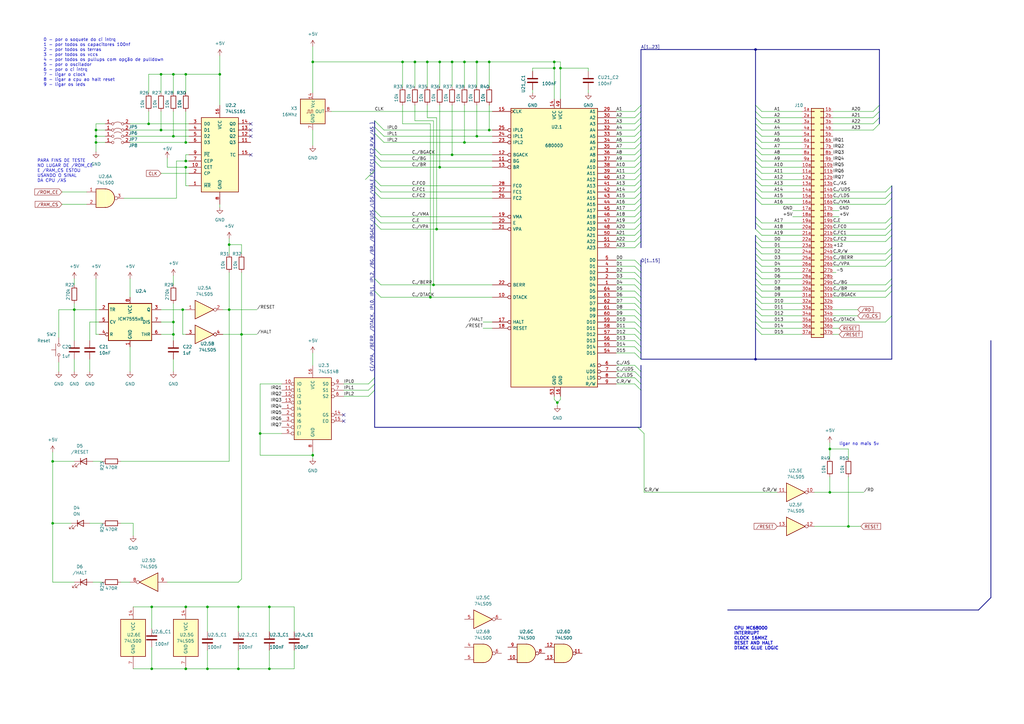
<source format=kicad_sch>
(kicad_sch (version 20230121) (generator eeschema)
  (paper "A3")
  (junction (at 309.88 147.32))
  (junction (at 76.2 68.58))
  (junction (at 128.27 186.69))
  (junction (at 340.36 184.15))
  (junction (at 180.34 68.58))
  (junction (at 200.66 25.4))
  (junction (at 170.18 25.4))
  (junction (at 106.68 177.8))
  (junction (at 74.93 127))
  (junction (at 71.12 137.16))
  (junction (at 90.17 30.48))
  (junction (at 93.98 127))
  (junction (at 177.8 116.84))
  (junction (at 93.98 100.33))
  (junction (at 227.33 27.94))
  (junction (at 185.42 63.5))
  (junction (at 62.23 248.92))
  (junction (at 76.2 248.92))
  (junction (at 128.27 25.4))
  (junction (at 76.2 274.32))
  (junction (at 39.37 53.34))
  (junction (at 62.23 274.32))
  (junction (at 229.87 27.94))
  (junction (at 76.2 58.42))
  (junction (at 110.49 274.32))
  (junction (at 190.5 58.42))
  (junction (at 85.09 248.92))
  (junction (at 39.37 58.42))
  (junction (at 176.53 121.92))
  (junction (at 175.26 25.4))
  (junction (at 195.58 25.4))
  (junction (at 76.2 30.48))
  (junction (at 227.33 25.4))
  (junction (at 347.98 215.9))
  (junction (at 60.96 50.8))
  (junction (at 97.79 248.92))
  (junction (at 71.12 30.48))
  (junction (at 165.1 25.4))
  (junction (at 185.42 25.4))
  (junction (at 21.59 214.63))
  (junction (at 21.59 189.23))
  (junction (at 99.06 137.16))
  (junction (at 190.5 25.4))
  (junction (at 200.66 53.34))
  (junction (at 71.12 132.08))
  (junction (at 179.07 93.98))
  (junction (at 71.12 55.88))
  (junction (at 195.58 55.88))
  (junction (at 76.2 66.04))
  (junction (at 228.6 165.1))
  (junction (at 97.79 274.32))
  (junction (at 309.88 20.32))
  (junction (at 180.34 25.4))
  (junction (at 66.04 30.48))
  (junction (at 66.04 53.34))
  (junction (at 340.36 201.93))
  (junction (at 39.37 55.88))
  (junction (at 110.49 248.92))
  (junction (at 85.09 274.32))
  (junction (at 30.48 127))
  (no_connect (at 102.87 63.5))
  (no_connect (at 102.87 55.88))
  (no_connect (at 140.97 172.72))
  (no_connect (at 140.97 170.18))
  (no_connect (at 102.87 50.8))
  (no_connect (at 102.87 53.34))
  (bus_entry (at 309.88 76.2) (size 2.54 2.54))
  (bus_entry (at 309.88 66.04) (size 2.54 2.54))
  (bus_entry (at 262.89 50.8) (size -2.54 2.54))
  (bus_entry (at 153.67 49.53) (size 2.54 2.54))
  (bus_entry (at 309.88 99.06) (size 2.54 2.54))
  (bus_entry (at 309.88 96.52) (size 2.54 2.54))
  (bus_entry (at 153.67 114.3) (size 2.54 2.54))
  (bus_entry (at 262.89 137.16) (size -2.54 -2.54))
  (bus_entry (at 153.67 88.9) (size 2.54 2.54))
  (bus_entry (at 153.67 52.07) (size 2.54 2.54))
  (bus_entry (at 309.88 60.96) (size 2.54 2.54))
  (bus_entry (at 309.88 132.08) (size 2.54 2.54))
  (bus_entry (at 309.88 78.74) (size 2.54 2.54))
  (bus_entry (at 262.89 147.32) (size -2.54 -2.54))
  (bus_entry (at 262.89 73.66) (size -2.54 2.54))
  (bus_entry (at 365.76 106.68) (size -2.54 2.54))
  (bus_entry (at 262.89 91.44) (size -2.54 2.54))
  (bus_entry (at 365.76 119.38) (size -2.54 2.54))
  (bus_entry (at 309.88 91.44) (size 2.54 2.54))
  (bus_entry (at 309.88 119.38) (size 2.54 2.54))
  (bus_entry (at 365.76 81.28) (size -2.54 2.54))
  (bus_entry (at 262.89 154.94) (size -2.54 -2.54))
  (bus_entry (at 309.88 63.5) (size 2.54 2.54))
  (bus_entry (at 153.67 86.36) (size 2.54 2.54))
  (bus_entry (at 153.67 78.74) (size 2.54 2.54))
  (bus_entry (at 153.67 157.48) (size -2.54 2.54))
  (bus_entry (at 262.89 88.9) (size -2.54 2.54))
  (bus_entry (at 309.88 106.68) (size 2.54 2.54))
  (bus_entry (at 309.88 127) (size 2.54 2.54))
  (bus_entry (at 262.89 114.3) (size -2.54 -2.54))
  (bus_entry (at 309.88 48.26) (size 2.54 2.54))
  (bus_entry (at 365.76 91.44) (size -2.54 2.54))
  (bus_entry (at 262.89 152.4) (size -2.54 -2.54))
  (bus_entry (at 262.89 60.96) (size -2.54 2.54))
  (bus_entry (at 262.89 119.38) (size -2.54 -2.54))
  (bus_entry (at 153.67 60.96) (size 2.54 2.54))
  (bus_entry (at 262.89 55.88) (size -2.54 2.54))
  (bus_entry (at 365.76 101.6) (size -2.54 2.54))
  (bus_entry (at 309.88 45.72) (size 2.54 2.54))
  (bus_entry (at 262.89 93.98) (size -2.54 2.54))
  (bus_entry (at 309.88 129.54) (size 2.54 2.54))
  (bus_entry (at 262.89 132.08) (size -2.54 -2.54))
  (bus_entry (at 309.88 43.18) (size 2.54 2.54))
  (bus_entry (at 153.67 73.66) (size 2.54 2.54))
  (bus_entry (at 153.67 63.5) (size 2.54 2.54))
  (bus_entry (at 262.89 116.84) (size -2.54 -2.54))
  (bus_entry (at 309.88 73.66) (size 2.54 2.54))
  (bus_entry (at 309.88 121.92) (size 2.54 2.54))
  (bus_entry (at 262.89 109.22) (size -2.54 -2.54))
  (bus_entry (at 360.68 50.8) (size -2.54 2.54))
  (bus_entry (at 262.89 127) (size -2.54 -2.54))
  (bus_entry (at 365.76 96.52) (size -2.54 2.54))
  (bus_entry (at 309.88 58.42) (size 2.54 2.54))
  (bus_entry (at 262.89 58.42) (size -2.54 2.54))
  (bus_entry (at 262.89 81.28) (size -2.54 2.54))
  (bus_entry (at 309.88 104.14) (size 2.54 2.54))
  (bus_entry (at 153.67 160.02) (size -2.54 2.54))
  (bus_entry (at 262.89 78.74) (size -2.54 2.54))
  (bus_entry (at 365.76 93.98) (size -2.54 2.54))
  (bus_entry (at 262.89 142.24) (size -2.54 -2.54))
  (bus_entry (at 309.88 55.88) (size 2.54 2.54))
  (bus_entry (at 365.76 76.2) (size -2.54 2.54))
  (bus_entry (at 262.89 53.34) (size -2.54 2.54))
  (bus_entry (at 365.76 78.74) (size -2.54 2.54))
  (bus_entry (at 262.89 124.46) (size -2.54 -2.54))
  (bus_entry (at 153.67 66.04) (size 2.54 2.54))
  (bus_entry (at 262.89 134.62) (size -2.54 -2.54))
  (bus_entry (at 309.88 109.22) (size 2.54 2.54))
  (bus_entry (at 309.88 81.28) (size 2.54 2.54))
  (bus_entry (at 309.88 114.3) (size 2.54 2.54))
  (bus_entry (at 262.89 86.36) (size -2.54 2.54))
  (bus_entry (at 262.89 83.82) (size -2.54 2.54))
  (bus_entry (at 153.67 91.44) (size 2.54 2.54))
  (bus_entry (at 262.89 144.78) (size -2.54 -2.54))
  (bus_entry (at 309.88 71.12) (size 2.54 2.54))
  (bus_entry (at 261.62 175.26) (size 2.54 2.54))
  (bus_entry (at 262.89 68.58) (size -2.54 2.54))
  (bus_entry (at 309.88 124.46) (size 2.54 2.54))
  (bus_entry (at 262.89 76.2) (size -2.54 2.54))
  (bus_entry (at 309.88 53.34) (size 2.54 2.54))
  (bus_entry (at 262.89 99.06) (size -2.54 2.54))
  (bus_entry (at 153.67 154.94) (size -2.54 2.54))
  (bus_entry (at 262.89 129.54) (size -2.54 -2.54))
  (bus_entry (at 365.76 104.14) (size -2.54 2.54))
  (bus_entry (at 309.88 88.9) (size 2.54 2.54))
  (bus_entry (at 365.76 116.84) (size -2.54 2.54))
  (bus_entry (at 262.89 48.26) (size -2.54 2.54))
  (bus_entry (at 153.67 119.38) (size 2.54 2.54))
  (bus_entry (at 262.89 157.48) (size -2.54 -2.54))
  (bus_entry (at 153.67 76.2) (size 2.54 2.54))
  (bus_entry (at 309.88 93.98) (size 2.54 2.54))
  (bus_entry (at 262.89 43.18) (size -2.54 2.54))
  (bus_entry (at 309.88 111.76) (size 2.54 2.54))
  (bus_entry (at 309.88 101.6) (size 2.54 2.54))
  (bus_entry (at 262.89 71.12) (size -2.54 2.54))
  (bus_entry (at 262.89 111.76) (size -2.54 -2.54))
  (bus_entry (at 262.89 139.7) (size -2.54 -2.54))
  (bus_entry (at 365.76 114.3) (size -2.54 2.54))
  (bus_entry (at 262.89 63.5) (size -2.54 2.54))
  (bus_entry (at 365.76 129.54) (size -2.54 2.54))
  (bus_entry (at 153.67 69.85) (size -2.54 2.54))
  (bus_entry (at 309.88 68.58) (size 2.54 2.54))
  (bus_entry (at 262.89 160.02) (size -2.54 -2.54))
  (bus_entry (at 309.88 50.8) (size 2.54 2.54))
  (bus_entry (at 153.67 54.61) (size 2.54 2.54))
  (bus_entry (at 262.89 66.04) (size -2.54 2.54))
  (bus_entry (at 360.68 45.72) (size -2.54 2.54))
  (bus_entry (at 262.89 45.72) (size -2.54 2.54))
  (bus_entry (at 309.88 116.84) (size 2.54 2.54))
  (bus_entry (at 309.88 134.62) (size 2.54 2.54))
  (bus_entry (at 262.89 121.92) (size -2.54 -2.54))
  (bus_entry (at 262.89 96.52) (size -2.54 2.54))
  (bus_entry (at 360.68 48.26) (size -2.54 2.54))
  (bus_entry (at 360.68 43.18) (size -2.54 2.54))
  (bus_entry (at 365.76 88.9) (size -2.54 2.54))
  (wire (pts (xy 353.06 215.9) (xy 347.98 215.9)))
  (bus (pts (xy 262.89 116.84) (xy 262.89 119.38)))
  (wire (pts (xy 106.68 157.48) (xy 106.68 177.8)))
  (wire (pts (xy 312.42 93.98) (xy 328.93 93.98)))
  (bus (pts (xy 153.67 88.9) (xy 153.67 91.44)))
  (wire (pts (xy 252.73 66.04) (xy 260.35 66.04)))
  (bus (pts (xy 262.89 134.62) (xy 262.89 137.16)))
  (bus (pts (xy 309.88 121.92) (xy 309.88 124.46)))
  (wire (pts (xy 76.2 63.5) (xy 76.2 66.04)))
  (bus (pts (xy 262.89 91.44) (xy 262.89 93.98)))
  (wire (pts (xy 200.66 25.4) (xy 227.33 25.4)))
  (bus (pts (xy 360.68 20.32) (xy 360.68 43.18)))
  (wire (pts (xy 177.8 49.53) (xy 177.8 116.84)))
  (wire (pts (xy 110.49 274.32) (xy 120.65 274.32)))
  (wire (pts (xy 66.04 127) (xy 74.93 127)))
  (wire (pts (xy 50.8 81.28) (xy 72.39 81.28)))
  (wire (pts (xy 252.73 127) (xy 260.35 127)))
  (wire (pts (xy 76.2 63.5) (xy 77.47 63.5)))
  (bus (pts (xy 309.88 55.88) (xy 309.88 58.42)))
  (bus (pts (xy 262.89 76.2) (xy 262.89 78.74)))
  (wire (pts (xy 252.73 152.4) (xy 260.35 152.4)))
  (wire (pts (xy 36.83 132.08) (xy 36.83 139.7)))
  (wire (pts (xy 106.68 177.8) (xy 106.68 186.69)))
  (bus (pts (xy 309.88 76.2) (xy 309.88 78.74)))
  (bus (pts (xy 309.88 119.38) (xy 309.88 121.92)))
  (wire (pts (xy 363.22 81.28) (xy 341.63 81.28)))
  (bus (pts (xy 262.89 139.7) (xy 262.89 142.24)))
  (wire (pts (xy 195.58 25.4) (xy 195.58 35.56)))
  (bus (pts (xy 153.67 60.96) (xy 153.67 63.5)))
  (wire (pts (xy 177.8 116.84) (xy 201.93 116.84)))
  (bus (pts (xy 262.89 144.78) (xy 262.89 147.32)))
  (wire (pts (xy 157.48 55.88) (xy 195.58 55.88)))
  (wire (pts (xy 76.2 68.58) (xy 77.47 68.58)))
  (wire (pts (xy 54.61 274.32) (xy 62.23 274.32)))
  (wire (pts (xy 68.58 64.77) (xy 68.58 68.58)))
  (bus (pts (xy 309.88 101.6) (xy 309.88 104.14)))
  (wire (pts (xy 325.12 86.36) (xy 328.93 86.36)))
  (wire (pts (xy 156.21 91.44) (xy 201.93 91.44)))
  (bus (pts (xy 262.89 20.32) (xy 262.89 43.18)))
  (wire (pts (xy 85.09 248.92) (xy 85.09 259.08)))
  (wire (pts (xy 105.41 137.16) (xy 99.06 137.16)))
  (wire (pts (xy 312.42 114.3) (xy 328.93 114.3)))
  (wire (pts (xy 312.42 116.84) (xy 328.93 116.84)))
  (wire (pts (xy 156.21 68.58) (xy 180.34 68.58)))
  (wire (pts (xy 128.27 144.78) (xy 128.27 149.86)))
  (wire (pts (xy 252.73 76.2) (xy 260.35 76.2)))
  (bus (pts (xy 360.68 45.72) (xy 360.68 48.26)))
  (wire (pts (xy 312.42 76.2) (xy 328.93 76.2)))
  (wire (pts (xy 252.73 81.28) (xy 260.35 81.28)))
  (wire (pts (xy 39.37 58.42) (xy 43.18 58.42)))
  (wire (pts (xy 175.26 25.4) (xy 180.34 25.4)))
  (bus (pts (xy 365.76 76.2) (xy 365.76 78.74)))
  (wire (pts (xy 252.73 106.68) (xy 260.35 106.68)))
  (wire (pts (xy 252.73 109.22) (xy 260.35 109.22)))
  (wire (pts (xy 175.26 48.26) (xy 179.07 48.26)))
  (bus (pts (xy 262.89 124.46) (xy 262.89 127)))
  (wire (pts (xy 76.2 30.48) (xy 90.17 30.48)))
  (bus (pts (xy 309.88 104.14) (xy 309.88 106.68)))
  (wire (pts (xy 312.42 119.38) (xy 328.93 119.38)))
  (wire (pts (xy 252.73 86.36) (xy 260.35 86.36)))
  (wire (pts (xy 25.4 78.74) (xy 35.56 78.74)))
  (wire (pts (xy 93.98 111.76) (xy 93.98 127)))
  (wire (pts (xy 363.22 109.22) (xy 341.63 109.22)))
  (wire (pts (xy 312.42 104.14) (xy 328.93 104.14)))
  (wire (pts (xy 128.27 25.4) (xy 128.27 38.1)))
  (wire (pts (xy 312.42 109.22) (xy 328.93 109.22)))
  (bus (pts (xy 309.88 53.34) (xy 309.88 55.88)))
  (wire (pts (xy 30.48 127) (xy 40.64 127)))
  (wire (pts (xy 156.21 76.2) (xy 201.93 76.2)))
  (bus (pts (xy 298.45 250.19) (xy 401.32 250.19)))
  (wire (pts (xy 71.12 137.16) (xy 71.12 139.7)))
  (wire (pts (xy 363.22 96.52) (xy 341.63 96.52)))
  (wire (pts (xy 179.07 93.98) (xy 201.93 93.98)))
  (wire (pts (xy 90.17 22.86) (xy 90.17 30.48)))
  (wire (pts (xy 110.49 259.08) (xy 110.49 248.92)))
  (wire (pts (xy 347.98 195.58) (xy 347.98 215.9)))
  (wire (pts (xy 179.07 48.26) (xy 179.07 93.98)))
  (wire (pts (xy 71.12 30.48) (xy 71.12 38.1)))
  (bus (pts (xy 262.89 48.26) (xy 262.89 50.8)))
  (wire (pts (xy 340.36 201.93) (xy 334.01 201.93)))
  (wire (pts (xy 312.42 68.58) (xy 328.93 68.58)))
  (wire (pts (xy 156.21 52.07) (xy 157.48 53.34)))
  (bus (pts (xy 153.67 175.26) (xy 261.62 175.26)))
  (bus (pts (xy 262.89 78.74) (xy 262.89 81.28)))
  (bus (pts (xy 309.88 127) (xy 309.88 129.54)))
  (wire (pts (xy 62.23 248.92) (xy 76.2 248.92)))
  (wire (pts (xy 156.21 54.61) (xy 157.48 55.88)))
  (wire (pts (xy 30.48 124.46) (xy 30.48 127)))
  (wire (pts (xy 21.59 214.63) (xy 29.21 214.63)))
  (wire (pts (xy 72.39 66.04) (xy 76.2 66.04)))
  (wire (pts (xy 264.16 201.93) (xy 318.77 201.93)))
  (wire (pts (xy 60.96 45.72) (xy 60.96 50.8)))
  (wire (pts (xy 39.37 53.34) (xy 39.37 55.88)))
  (wire (pts (xy 252.73 114.3) (xy 260.35 114.3)))
  (wire (pts (xy 252.73 55.88) (xy 260.35 55.88)))
  (bus (pts (xy 262.89 127) (xy 262.89 129.54)))
  (wire (pts (xy 252.73 53.34) (xy 260.35 53.34)))
  (wire (pts (xy 66.04 132.08) (xy 71.12 132.08)))
  (wire (pts (xy 128.27 59.69) (xy 128.27 53.34)))
  (wire (pts (xy 341.63 53.34) (xy 358.14 53.34)))
  (wire (pts (xy 344.17 134.62) (xy 341.63 134.62)))
  (bus (pts (xy 262.89 83.82) (xy 262.89 86.36)))
  (bus (pts (xy 153.67 69.85) (xy 153.67 73.66)))
  (wire (pts (xy 351.79 127) (xy 341.63 127)))
  (wire (pts (xy 76.2 274.32) (xy 85.09 274.32)))
  (bus (pts (xy 365.76 78.74) (xy 365.76 81.28)))
  (bus (pts (xy 365.76 81.28) (xy 365.76 88.9)))
  (wire (pts (xy 227.33 25.4) (xy 229.87 25.4)))
  (wire (pts (xy 241.3 36.83) (xy 241.3 38.1)))
  (wire (pts (xy 39.37 50.8) (xy 39.37 53.34)))
  (bus (pts (xy 406.4 139.7) (xy 406.4 245.11)))
  (wire (pts (xy 71.12 132.08) (xy 71.12 137.16)))
  (wire (pts (xy 200.66 43.18) (xy 200.66 53.34)))
  (wire (pts (xy 156.21 93.98) (xy 179.07 93.98)))
  (wire (pts (xy 227.33 162.56) (xy 227.33 163.83)))
  (bus (pts (xy 262.89 71.12) (xy 262.89 73.66)))
  (wire (pts (xy 363.22 91.44) (xy 341.63 91.44)))
  (wire (pts (xy 170.18 43.18) (xy 170.18 49.53)))
  (wire (pts (xy 76.2 76.2) (xy 77.47 76.2)))
  (wire (pts (xy 312.42 66.04) (xy 328.93 66.04)))
  (wire (pts (xy 128.27 186.69) (xy 128.27 185.42)))
  (bus (pts (xy 153.67 91.44) (xy 153.67 114.3)))
  (wire (pts (xy 252.73 93.98) (xy 260.35 93.98)))
  (wire (pts (xy 344.17 137.16) (xy 341.63 137.16)))
  (wire (pts (xy 165.1 25.4) (xy 170.18 25.4)))
  (bus (pts (xy 153.67 63.5) (xy 153.67 66.04)))
  (wire (pts (xy 252.73 63.5) (xy 260.35 63.5)))
  (bus (pts (xy 309.88 147.32) (xy 365.76 147.32)))
  (wire (pts (xy 99.06 100.33) (xy 99.06 104.14)))
  (wire (pts (xy 190.5 58.42) (xy 201.93 58.42)))
  (wire (pts (xy 190.5 43.18) (xy 190.5 58.42)))
  (wire (pts (xy 227.33 27.94) (xy 227.33 40.64)))
  (wire (pts (xy 363.22 119.38) (xy 341.63 119.38)))
  (wire (pts (xy 252.73 157.48) (xy 260.35 157.48)))
  (wire (pts (xy 180.34 43.18) (xy 180.34 68.58)))
  (wire (pts (xy 151.13 162.56) (xy 140.97 162.56)))
  (wire (pts (xy 53.34 238.76) (xy 49.53 238.76)))
  (wire (pts (xy 68.58 68.58) (xy 76.2 68.58)))
  (wire (pts (xy 229.87 25.4) (xy 229.87 27.94)))
  (wire (pts (xy 151.13 160.02) (xy 140.97 160.02)))
  (wire (pts (xy 53.34 55.88) (xy 71.12 55.88)))
  (wire (pts (xy 185.42 25.4) (xy 190.5 25.4)))
  (wire (pts (xy 363.22 99.06) (xy 341.63 99.06)))
  (bus (pts (xy 153.67 78.74) (xy 153.67 86.36)))
  (wire (pts (xy 176.53 50.8) (xy 176.53 121.92)))
  (bus (pts (xy 309.88 134.62) (xy 309.88 147.32)))
  (wire (pts (xy 165.1 43.18) (xy 165.1 50.8)))
  (bus (pts (xy 262.89 121.92) (xy 262.89 124.46)))
  (wire (pts (xy 39.37 58.42) (xy 39.37 62.23)))
  (wire (pts (xy 354.33 201.93) (xy 340.36 201.93)))
  (wire (pts (xy 252.73 116.84) (xy 260.35 116.84)))
  (bus (pts (xy 262.89 142.24) (xy 262.89 144.78)))
  (wire (pts (xy 74.93 127) (xy 76.2 127)))
  (wire (pts (xy 252.73 134.62) (xy 260.35 134.62)))
  (bus (pts (xy 262.89 20.32) (xy 309.88 20.32)))
  (wire (pts (xy 218.44 27.94) (xy 227.33 27.94)))
  (wire (pts (xy 252.73 45.72) (xy 260.35 45.72)))
  (bus (pts (xy 153.67 119.38) (xy 153.67 154.94)))
  (wire (pts (xy 66.04 71.12) (xy 77.47 71.12)))
  (wire (pts (xy 60.96 30.48) (xy 66.04 30.48)))
  (wire (pts (xy 66.04 53.34) (xy 77.47 53.34)))
  (wire (pts (xy 39.37 114.3) (xy 39.37 137.16)))
  (wire (pts (xy 21.59 238.76) (xy 30.48 238.76)))
  (wire (pts (xy 252.73 139.7) (xy 260.35 139.7)))
  (wire (pts (xy 99.06 111.76) (xy 99.06 137.16)))
  (bus (pts (xy 309.88 68.58) (xy 309.88 71.12)))
  (wire (pts (xy 312.42 45.72) (xy 328.93 45.72)))
  (bus (pts (xy 365.76 96.52) (xy 365.76 101.6)))
  (wire (pts (xy 341.63 45.72) (xy 358.14 45.72)))
  (bus (pts (xy 262.89 96.52) (xy 262.89 99.06)))
  (wire (pts (xy 180.34 25.4) (xy 185.42 25.4)))
  (bus (pts (xy 262.89 43.18) (xy 262.89 45.72)))
  (wire (pts (xy 99.06 137.16) (xy 99.06 237.49)))
  (bus (pts (xy 365.76 88.9) (xy 365.76 91.44)))
  (bus (pts (xy 262.89 129.54) (xy 262.89 132.08)))
  (wire (pts (xy 53.34 114.3) (xy 53.34 121.92)))
  (wire (pts (xy 252.73 142.24) (xy 260.35 142.24)))
  (wire (pts (xy 156.21 57.15) (xy 157.48 58.42)))
  (wire (pts (xy 157.48 53.34) (xy 200.66 53.34)))
  (bus (pts (xy 365.76 129.54) (xy 365.76 147.32)))
  (wire (pts (xy 93.98 100.33) (xy 93.98 104.14)))
  (wire (pts (xy 41.91 189.23) (xy 38.1 189.23)))
  (bus (pts (xy 309.88 132.08) (xy 309.88 134.62)))
  (bus (pts (xy 262.89 149.86) (xy 262.89 152.4)))
  (wire (pts (xy 85.09 248.92) (xy 97.79 248.92)))
  (wire (pts (xy 156.21 88.9) (xy 201.93 88.9)))
  (wire (pts (xy 156.21 116.84) (xy 177.8 116.84)))
  (wire (pts (xy 41.91 238.76) (xy 38.1 238.76)))
  (wire (pts (xy 252.73 73.66) (xy 260.35 73.66)))
  (wire (pts (xy 156.21 66.04) (xy 201.93 66.04)))
  (wire (pts (xy 30.48 127) (xy 30.48 139.7)))
  (wire (pts (xy 36.83 132.08) (xy 40.64 132.08)))
  (wire (pts (xy 71.12 45.72) (xy 71.12 55.88)))
  (bus (pts (xy 262.89 88.9) (xy 262.89 91.44)))
  (bus (pts (xy 262.89 50.8) (xy 262.89 53.34)))
  (wire (pts (xy 252.73 68.58) (xy 260.35 68.58)))
  (wire (pts (xy 66.04 30.48) (xy 71.12 30.48)))
  (wire (pts (xy 106.68 186.69) (xy 128.27 186.69)))
  (wire (pts (xy 252.73 119.38) (xy 260.35 119.38)))
  (wire (pts (xy 71.12 124.46) (xy 71.12 132.08)))
  (bus (pts (xy 309.88 60.96) (xy 309.88 63.5)))
  (bus (pts (xy 262.89 106.68) (xy 262.89 109.22)))
  (bus (pts (xy 153.67 76.2) (xy 153.67 78.74)))
  (wire (pts (xy 151.13 157.48) (xy 140.97 157.48)))
  (wire (pts (xy 198.12 132.08) (xy 201.93 132.08)))
  (wire (pts (xy 97.79 274.32) (xy 110.49 274.32)))
  (bus (pts (xy 309.88 109.22) (xy 309.88 111.76)))
  (wire (pts (xy 252.73 132.08) (xy 260.35 132.08)))
  (wire (pts (xy 105.41 127) (xy 93.98 127)))
  (wire (pts (xy 66.04 137.16) (xy 71.12 137.16)))
  (wire (pts (xy 71.12 55.88) (xy 77.47 55.88)))
  (wire (pts (xy 156.21 63.5) (xy 185.42 63.5)))
  (wire (pts (xy 312.42 106.68) (xy 328.93 106.68)))
  (wire (pts (xy 190.5 25.4) (xy 195.58 25.4)))
  (bus (pts (xy 309.88 48.26) (xy 309.88 50.8)))
  (wire (pts (xy 312.42 91.44) (xy 328.93 91.44)))
  (bus (pts (xy 262.89 137.16) (xy 262.89 139.7)))
  (wire (pts (xy 170.18 25.4) (xy 170.18 35.56)))
  (wire (pts (xy 53.34 152.4) (xy 53.34 142.24)))
  (wire (pts (xy 90.17 30.48) (xy 90.17 43.18)))
  (wire (pts (xy 36.83 152.4) (xy 36.83 147.32)))
  (bus (pts (xy 153.67 49.53) (xy 153.67 52.07)))
  (wire (pts (xy 60.96 30.48) (xy 60.96 38.1)))
  (bus (pts (xy 153.67 157.48) (xy 153.67 160.02)))
  (wire (pts (xy 72.39 66.04) (xy 72.39 81.28)))
  (bus (pts (xy 262.89 68.58) (xy 262.89 71.12)))
  (wire (pts (xy 229.87 27.94) (xy 241.3 27.94)))
  (wire (pts (xy 76.2 30.48) (xy 76.2 38.1)))
  (wire (pts (xy 24.13 127) (xy 30.48 127)))
  (wire (pts (xy 340.36 181.61) (xy 340.36 184.15)))
  (wire (pts (xy 312.42 63.5) (xy 328.93 63.5)))
  (bus (pts (xy 365.76 106.68) (xy 365.76 114.3)))
  (bus (pts (xy 309.88 58.42) (xy 309.88 60.96)))
  (wire (pts (xy 76.2 68.58) (xy 76.2 76.2)))
  (bus (pts (xy 406.4 245.11) (xy 401.32 250.19)))
  (wire (pts (xy 195.58 55.88) (xy 201.93 55.88)))
  (bus (pts (xy 262.89 53.34) (xy 262.89 55.88)))
  (wire (pts (xy 30.48 152.4) (xy 30.48 147.32)))
  (wire (pts (xy 312.42 127) (xy 328.93 127)))
  (wire (pts (xy 252.73 50.8) (xy 260.35 50.8)))
  (wire (pts (xy 110.49 266.7) (xy 110.49 274.32)))
  (wire (pts (xy 85.09 274.32) (xy 85.09 266.7)))
  (wire (pts (xy 53.34 53.34) (xy 66.04 53.34)))
  (bus (pts (xy 309.88 91.44) (xy 309.88 93.98)))
  (bus (pts (xy 262.89 66.04) (xy 262.89 68.58)))
  (wire (pts (xy 351.79 129.54) (xy 341.63 129.54)))
  (bus (pts (xy 153.67 86.36) (xy 153.67 88.9)))
  (wire (pts (xy 312.42 96.52) (xy 328.93 96.52)))
  (wire (pts (xy 252.73 88.9) (xy 260.35 88.9)))
  (bus (pts (xy 309.88 43.18) (xy 309.88 45.72)))
  (wire (pts (xy 198.12 134.62) (xy 201.93 134.62)))
  (wire (pts (xy 39.37 137.16) (xy 40.64 137.16)))
  (wire (pts (xy 252.73 48.26) (xy 260.35 48.26)))
  (wire (pts (xy 90.17 85.09) (xy 90.17 83.82)))
  (wire (pts (xy 252.73 83.82) (xy 260.35 83.82)))
  (bus (pts (xy 309.88 45.72) (xy 309.88 48.26)))
  (wire (pts (xy 252.73 121.92) (xy 260.35 121.92)))
  (wire (pts (xy 227.33 163.83) (xy 228.6 165.1)))
  (wire (pts (xy 252.73 71.12) (xy 260.35 71.12)))
  (wire (pts (xy 39.37 55.88) (xy 43.18 55.88)))
  (bus (pts (xy 262.89 160.02) (xy 262.89 175.26)))
  (wire (pts (xy 312.42 60.96) (xy 328.93 60.96)))
  (wire (pts (xy 347.98 184.15) (xy 347.98 187.96)))
  (bus (pts (xy 365.76 104.14) (xy 365.76 106.68)))
  (bus (pts (xy 261.62 175.26) (xy 262.89 175.26)))
  (bus (pts (xy 309.88 71.12) (xy 309.88 73.66)))
  (wire (pts (xy 312.42 101.6) (xy 328.93 101.6)))
  (bus (pts (xy 153.67 114.3) (xy 153.67 119.38)))
  (wire (pts (xy 340.36 184.15) (xy 347.98 184.15)))
  (wire (pts (xy 190.5 25.4) (xy 190.5 35.56)))
  (wire (pts (xy 74.93 127) (xy 74.93 137.16)))
  (bus (pts (xy 309.88 111.76) (xy 309.88 114.3)))
  (bus (pts (xy 153.67 160.02) (xy 153.67 175.26)))
  (wire (pts (xy 312.42 55.88) (xy 328.93 55.88)))
  (wire (pts (xy 312.42 121.92) (xy 328.93 121.92)))
  (wire (pts (xy 41.91 214.63) (xy 36.83 214.63)))
  (wire (pts (xy 93.98 127) (xy 91.44 127)))
  (wire (pts (xy 252.73 144.78) (xy 260.35 144.78)))
  (wire (pts (xy 180.34 68.58) (xy 201.93 68.58)))
  (bus (pts (xy 365.76 119.38) (xy 365.76 129.54)))
  (wire (pts (xy 312.42 111.76) (xy 328.93 111.76)))
  (wire (pts (xy 312.42 53.34) (xy 328.93 53.34)))
  (wire (pts (xy 344.17 88.9) (xy 341.63 88.9)))
  (wire (pts (xy 30.48 114.3) (xy 30.48 116.84)))
  (bus (pts (xy 365.76 114.3) (xy 365.76 116.84)))
  (wire (pts (xy 62.23 274.32) (xy 62.23 265.43)))
  (wire (pts (xy 363.22 78.74) (xy 341.63 78.74)))
  (wire (pts (xy 312.42 134.62) (xy 328.93 134.62)))
  (wire (pts (xy 99.06 137.16) (xy 91.44 137.16)))
  (wire (pts (xy 252.73 101.6) (xy 260.35 101.6)))
  (wire (pts (xy 97.79 259.08) (xy 97.79 248.92)))
  (wire (pts (xy 195.58 43.18) (xy 195.58 55.88)))
  (wire (pts (xy 252.73 129.54) (xy 260.35 129.54)))
  (wire (pts (xy 170.18 49.53) (xy 177.8 49.53)))
  (wire (pts (xy 24.13 127) (xy 24.13 138.43)))
  (bus (pts (xy 309.88 96.52) (xy 309.88 99.06)))
  (wire (pts (xy 312.42 58.42) (xy 328.93 58.42)))
  (wire (pts (xy 93.98 127) (xy 93.98 189.23)))
  (wire (pts (xy 312.42 81.28) (xy 328.93 81.28)))
  (wire (pts (xy 49.53 214.63) (xy 54.61 214.63)))
  (wire (pts (xy 156.21 78.74) (xy 201.93 78.74)))
  (bus (pts (xy 153.67 54.61) (xy 153.67 60.96)))
  (wire (pts (xy 135.89 45.72) (xy 201.93 45.72)))
  (bus (pts (xy 309.88 114.3) (xy 309.88 116.84)))
  (wire (pts (xy 363.22 132.08) (xy 341.63 132.08)))
  (wire (pts (xy 71.12 152.4) (xy 71.12 147.32)))
  (wire (pts (xy 39.37 50.8) (xy 43.18 50.8)))
  (wire (pts (xy 76.2 45.72) (xy 76.2 58.42)))
  (wire (pts (xy 363.22 121.92) (xy 341.63 121.92)))
  (bus (pts (xy 309.88 106.68) (xy 309.88 109.22)))
  (bus (pts (xy 262.89 152.4) (xy 262.89 154.94)))
  (bus (pts (xy 309.88 73.66) (xy 309.88 76.2)))
  (wire (pts (xy 128.27 187.96) (xy 128.27 186.69)))
  (bus (pts (xy 262.89 55.88) (xy 262.89 58.42)))
  (bus (pts (xy 153.67 154.94) (xy 153.67 157.48)))
  (wire (pts (xy 341.63 86.36) (xy 344.17 86.36)))
  (wire (pts (xy 120.65 259.08) (xy 120.65 248.92)))
  (wire (pts (xy 325.12 88.9) (xy 328.93 88.9)))
  (bus (pts (xy 262.89 93.98) (xy 262.89 96.52)))
  (wire (pts (xy 93.98 100.33) (xy 99.06 100.33)))
  (wire (pts (xy 156.21 121.92) (xy 176.53 121.92)))
  (wire (pts (xy 363.22 104.14) (xy 341.63 104.14)))
  (wire (pts (xy 157.48 58.42) (xy 190.5 58.42)))
  (wire (pts (xy 312.42 73.66) (xy 328.93 73.66)))
  (wire (pts (xy 218.44 27.94) (xy 218.44 29.21)))
  (wire (pts (xy 312.42 78.74) (xy 328.93 78.74)))
  (wire (pts (xy 312.42 50.8) (xy 328.93 50.8)))
  (wire (pts (xy 66.04 45.72) (xy 66.04 53.34)))
  (wire (pts (xy 252.73 78.74) (xy 260.35 78.74)))
  (wire (pts (xy 93.98 97.79) (xy 93.98 100.33)))
  (wire (pts (xy 252.73 137.16) (xy 260.35 137.16)))
  (bus (pts (xy 262.89 157.48) (xy 262.89 160.02)))
  (wire (pts (xy 241.3 27.94) (xy 241.3 29.21)))
  (wire (pts (xy 229.87 27.94) (xy 229.87 40.64)))
  (wire (pts (xy 66.04 30.48) (xy 66.04 38.1)))
  (wire (pts (xy 252.73 99.06) (xy 260.35 99.06)))
  (wire (pts (xy 106.68 177.8) (xy 115.57 177.8)))
  (wire (pts (xy 21.59 185.42) (xy 21.59 189.23)))
  (wire (pts (xy 62.23 274.32) (xy 76.2 274.32)))
  (bus (pts (xy 262.89 45.72) (xy 262.89 48.26)))
  (bus (pts (xy 262.89 114.3) (xy 262.89 116.84)))
  (bus (pts (xy 262.89 86.36) (xy 262.89 88.9)))
  (wire (pts (xy 312.42 99.06) (xy 328.93 99.06)))
  (bus (pts (xy 262.89 147.32) (xy 309.88 147.32)))
  (wire (pts (xy 85.09 274.32) (xy 97.79 274.32)))
  (bus (pts (xy 262.89 63.5) (xy 262.89 66.04)))
  (wire (pts (xy 74.93 137.16) (xy 76.2 137.16)))
  (wire (pts (xy 54.61 248.92) (xy 62.23 248.92)))
  (bus (pts (xy 262.89 81.28) (xy 262.89 83.82)))
  (bus (pts (xy 309.88 20.32) (xy 309.88 43.18)))
  (wire (pts (xy 54.61 214.63) (xy 54.61 219.71)))
  (bus (pts (xy 309.88 81.28) (xy 309.88 88.9)))
  (wire (pts (xy 176.53 121.92) (xy 201.93 121.92)))
  (wire (pts (xy 39.37 55.88) (xy 39.37 58.42)))
  (bus (pts (xy 262.89 111.76) (xy 262.89 114.3)))
  (bus (pts (xy 309.88 99.06) (xy 309.88 101.6)))
  (wire (pts (xy 252.73 91.44) (xy 260.35 91.44)))
  (wire (pts (xy 218.44 38.1) (xy 218.44 36.83)))
  (wire (pts (xy 252.73 60.96) (xy 260.35 60.96)))
  (wire (pts (xy 24.13 152.4) (xy 24.13 148.59)))
  (wire (pts (xy 195.58 25.4) (xy 200.66 25.4)))
  (bus (pts (xy 153.67 73.66) (xy 153.67 76.2)))
  (wire (pts (xy 62.23 257.81) (xy 62.23 248.92)))
  (wire (pts (xy 363.22 116.84) (xy 341.63 116.84)))
  (wire (pts (xy 128.27 19.05) (xy 128.27 25.4)))
  (wire (pts (xy 76.2 58.42) (xy 77.47 58.42)))
  (bus (pts (xy 309.88 63.5) (xy 309.88 66.04)))
  (wire (pts (xy 53.34 50.8) (xy 60.96 50.8)))
  (wire (pts (xy 165.1 25.4) (xy 165.1 35.56)))
  (wire (pts (xy 312.42 48.26) (xy 328.93 48.26)))
  (wire (pts (xy 312.42 124.46) (xy 328.93 124.46)))
  (bus (pts (xy 262.89 58.42) (xy 262.89 60.96)))
  (wire (pts (xy 342.9 111.76) (xy 341.63 111.76)))
  (wire (pts (xy 151.13 72.39) (xy 149.86 73.66)))
  (wire (pts (xy 252.73 149.86) (xy 260.35 149.86)))
  (wire (pts (xy 312.42 71.12) (xy 328.93 71.12)))
  (wire (pts (xy 175.26 43.18) (xy 175.26 48.26)))
  (wire (pts (xy 363.22 93.98) (xy 341.63 93.98)))
  (wire (pts (xy 252.73 124.46) (xy 260.35 124.46)))
  (wire (pts (xy 229.87 162.56) (xy 229.87 163.83)))
  (wire (pts (xy 200.66 25.4) (xy 200.66 35.56)))
  (wire (pts (xy 252.73 58.42) (xy 260.35 58.42)))
  (bus (pts (xy 365.76 116.84) (xy 365.76 119.38)))
  (wire (pts (xy 312.42 137.16) (xy 328.93 137.16)))
  (wire (pts (xy 76.2 66.04) (xy 77.47 66.04)))
  (wire (pts (xy 180.34 25.4) (xy 180.34 35.56)))
  (wire (pts (xy 185.42 43.18) (xy 185.42 63.5)))
  (wire (pts (xy 21.59 189.23) (xy 30.48 189.23)))
  (bus (pts (xy 309.88 50.8) (xy 309.88 53.34)))
  (wire (pts (xy 110.49 248.92) (xy 120.65 248.92)))
  (wire (pts (xy 175.26 25.4) (xy 175.26 35.56)))
  (bus (pts (xy 365.76 91.44) (xy 365.76 93.98)))
  (wire (pts (xy 39.37 53.34) (xy 43.18 53.34)))
  (bus (pts (xy 309.88 116.84) (xy 309.88 119.38)))
  (wire (pts (xy 106.68 157.48) (xy 115.57 157.48)))
  (wire (pts (xy 97.79 266.7) (xy 97.79 274.32)))
  (bus (pts (xy 365.76 101.6) (xy 365.76 104.14)))
  (wire (pts (xy 60.96 50.8) (xy 77.47 50.8)))
  (wire (pts (xy 120.65 266.7) (xy 120.65 274.32)))
  (bus (pts (xy 365.76 93.98) (xy 365.76 96.52)))
  (wire (pts (xy 347.98 215.9) (xy 334.01 215.9)))
  (wire (pts (xy 341.63 50.8) (xy 358.14 50.8)))
  (wire (pts (xy 252.73 111.76) (xy 260.35 111.76)))
  (wire (pts (xy 185.42 63.5) (xy 201.93 63.5)))
  (wire (pts (xy 165.1 50.8) (xy 176.53 50.8)))
  (bus (pts (xy 360.68 48.26) (xy 360.68 50.8)))
  (bus (pts (xy 262.89 73.66) (xy 262.89 76.2)))
  (bus (pts (xy 153.67 66.04) (xy 153.67 69.85)))
  (wire (pts (xy 99.06 237.49) (xy 97.79 238.76)))
  (wire (pts (xy 363.22 83.82) (xy 341.63 83.82)))
  (bus (pts (xy 309.88 124.46) (xy 309.88 127)))
  (wire (pts (xy 76.2 248.92) (xy 85.09 248.92)))
  (bus (pts (xy 360.68 43.18) (xy 360.68 45.72)))
  (wire (pts (xy 49.53 189.23) (xy 93.98 189.23)))
  (wire (pts (xy 312.42 129.54) (xy 328.93 129.54)))
  (bus (pts (xy 262.89 119.38) (xy 262.89 121.92)))
  (wire (pts (xy 25.4 83.82) (xy 35.56 83.82)))
  (wire (pts (xy 170.18 25.4) (xy 175.26 25.4)))
  (wire (pts (xy 71.12 30.48) (xy 76.2 30.48)))
  (bus (pts (xy 309.88 88.9) (xy 309.88 91.44)))
  (wire (pts (xy 97.79 248.92) (xy 110.49 248.92)))
  (bus (pts (xy 262.89 60.96) (xy 262.89 63.5)))
  (bus (pts (xy 309.88 20.32) (xy 360.68 20.32)))
  (wire (pts (xy 53.34 58.42) (xy 76.2 58.42)))
  (bus (pts (xy 153.67 52.07) (xy 153.67 54.61)))
  (wire (pts (xy 340.36 195.58) (xy 340.36 201.93)))
  (wire (pts (xy 264.16 177.8) (xy 264.16 201.93)))
  (wire (pts (xy 68.58 238.76) (xy 97.79 238.76)))
  (wire (pts (xy 228.6 165.1) (xy 228.6 166.37)))
  (wire (pts (xy 21.59 238.76) (xy 21.59 214.63)))
  (bus (pts (xy 309.88 66.04) (xy 309.88 68.58)))
  (wire (pts (xy 228.6 165.1) (xy 229.87 163.83)))
  (wire (pts (xy 252.73 154.94) (xy 260.35 154.94)))
  (wire (pts (xy 341.63 48.26) (xy 358.14 48.26)))
  (bus (pts (xy 262.89 154.94) (xy 262.89 157.48)))
  (bus (pts (xy 262.89 109.22) (xy 262.89 111.76)))
  (wire (pts (xy 227.33 25.4) (xy 227.33 27.94)))
  (wire (pts (xy 128.27 25.4) (xy 165.1 25.4)))
  (bus (pts (xy 309.88 129.54) (xy 309.88 132.08)))
  (wire (pts (xy 312.42 132.08) (xy 328.93 132.08)))
  (bus (pts (xy 262.89 99.06) (xy 262.89 101.6)))
  (wire (pts (xy 156.21 81.28) (xy 201.93 81.28)))
  (wire (pts (xy 71.12 113.03) (xy 71.12 116.84)))
  (bus (pts (xy 309.88 78.74) (xy 309.88 81.28)))
  (wire (pts (xy 312.42 83.82) (xy 328.93 83.82)))
  (wire (pts (xy 340.36 184.15) (xy 340.36 187.96)))
  (wire (pts (xy 185.42 25.4) (xy 185.42 35.56)))
  (wire (pts (xy 363.22 106.68) (xy 341.63 106.68)))
  (bus (pts (xy 262.89 132.08) (xy 262.89 134.62)))
  (wire (pts (xy 21.59 189.23) (xy 21.59 214.63)))
  (wire (pts (xy 252.73 96.52) (xy 260.35 96.52)))
  (wire (pts (xy 200.66 53.34) (xy 201.93 53.34)))
  (text "PARA FINS DE TESTE\nNO LUGAR DE /ROM_CE\nE /RAM_CS ESTOU \nUSANDO O SINAL \nDA CPU /AS \n" (at 15.24 74.93 0) (effects (font (size 1.27 1.27)) (justify left bottom)))
  (text "ligar no mais 5v\n" (at 344.17 182.88 0) (effects (font (size 1.27 1.27)) (justify left bottom)))
  (text "CPU MC68000\nINTERRUPT \nCLOCK 16MHZ\nRESET AND HALT\nDTACK GLUE LOGIC\n" (at 300.99 266.7 0) (effects (font (size 1.27 1.27) (thickness 0.254) bold) (justify left bottom)))
  (text "0 - por o soquete do ci intrq\n1 - por todos os capacitores 100nf\n2 - por todos os terras\n3 - por todos os vccs\n4 - por todos os pullups com opção de pulldown\n5 - por o oscilador\n6 - por o ci intrq\n7 - ligar o clock\n8 - ligar a cpu ao halt reset\n9 - ligar os leds" (at 17.78 35.56 0) (effects (font (size 1.27 1.27)) (justify left bottom)))
  (label "D11" (at 252.73 134.62 0))
  (label "A2" (at 317.5 48.26 0))
  (label "D[1..15]" (at 262.89 107.95 0))
  (label "A10" (at 252.73 68.58 0))
  (label "C.E" (at 341.63 91.44 0))
  (label "C.{slash}DTACK" (at 341.63 132.08 0))
  (label "{slash}RESET" (at 198.12 134.62 180))
  (label "A19" (at 317.5 96.52 0))
  (label "D2" (at 317.5 104.14 0))
  (label "C{{slash}VPA, {slash}BERR, {slash}DTACK, IPL0, IPL1, IPL2, {slash}BG, {slash}BR, {slash}BGACK,{slash}UDS,{slash}LDS,{slash}VMA,E,FC0,FC1,FC2,R{slash}W,{slash}AS }" (at 153.67 152.4 90))
  (label "A14" (at 317.5 78.74 0))
  (label "C.{slash}BGACK" (at 341.63 121.92 0))
  (label "IRQ1" (at 115.57 160.02 180))
  (label "D11" (at 317.5 127 0))
  (label "+5V" (at 344.17 88.9 0))
  (label "D5" (at 252.73 119.38 0))
  (label "A7" (at 252.73 60.96 0))
  (label "A15" (at 252.73 81.28 0))
  (label "A18" (at 252.73 88.9 0))
  (label "IRQ4" (at 341.63 66.04 0))
  (label "A21" (at 349.25 48.26 0))
  (label "A9" (at 252.73 66.04 0))
  (label "C.R{slash}W" (at 252.73 157.48 0))
  (label "C.R{slash}W" (at 264.16 201.93 0))
  (label "GND" (at 344.17 86.36 0))
  (label "A19" (at 252.73 91.44 0))
  (label "A23" (at 252.73 101.6 0))
  (label "C.{slash}LDS" (at 252.73 154.94 0))
  (label "A13" (at 252.73 76.2 0))
  (label "A15" (at 317.5 81.28 0))
  (label "A3" (at 317.5 50.8 0))
  (label "A22" (at 349.25 50.8 0))
  (label "A5" (at 252.73 55.88 0))
  (label "{slash}RESET" (at 105.41 127 0))
  (label "A5" (at 317.5 55.88 0))
  (label "A12" (at 252.73 73.66 0))
  (label "C.{slash}VPA" (at 168.91 93.98 0))
  (label "GND" (at 325.12 86.36 180))
  (label "A6" (at 317.5 58.42 0))
  (label "{slash}HALT" (at 198.12 132.08 180))
  (label "D12" (at 317.5 129.54 0))
  (label "C.{slash}BG" (at 168.91 66.04 0))
  (label "D1" (at 252.73 109.22 0))
  (label "C.{slash}BG" (at 341.63 116.84 0))
  (label "C.{slash}BGACK" (at 168.91 63.5 0))
  (label "C.FC0" (at 341.63 93.98 0))
  (label "IRQ6" (at 341.63 71.12 0))
  (label "A[1..23]" (at 262.89 20.32 0))
  (label "C.{slash}VPA" (at 341.63 109.22 0))
  (label "A8" (at 317.5 63.5 0))
  (label "D9" (at 317.5 121.92 0))
  (label "D15" (at 317.5 137.16 0))
  (label "IRQ6" (at 115.57 172.72 180))
  (label "A1" (at 317.5 45.72 0))
  (label "A2" (at 252.73 48.26 0))
  (label "C.{slash}VMA" (at 341.63 83.82 0))
  (label "IPL2" (at 158.75 58.42 0))
  (label "A6" (at 252.73 58.42 0))
  (label "A20" (at 349.25 45.72 0))
  (label "A11" (at 252.73 71.12 0))
  (label "C.FC2" (at 341.63 99.06 0))
  (label "C.{slash}AS" (at 341.63 76.2 0))
  (label "A14" (at 252.73 78.74 0))
  (label "D7" (at 317.5 116.84 0))
  (label "C.FC1" (at 341.63 96.52 0))
  (label "IRQ7" (at 341.63 73.66 0))
  (label "IRQ3" (at 341.63 63.5 0))
  (label "C.FC1" (at 168.91 78.74 0))
  (label "C.R{slash}W" (at 318.77 201.93 180))
  (label "{slash}RD" (at 354.33 201.93 0))
  (label "C.{slash}AS" (at 252.73 149.86 0))
  (label "-5" (at 342.9 111.76 0))
  (label "D14" (at 317.5 134.62 0))
  (label "IPL0" (at 140.97 157.48 0))
  (label "A18" (at 317.5 93.98 0))
  (label "C.R{slash}W" (at 341.63 104.14 0))
  (label "A3" (at 252.73 50.8 0))
  (label "D6" (at 317.5 114.3 0))
  (label "D0" (at 317.5 99.06 0))
  (label "D10" (at 252.73 132.08 0))
  (label "{slash}HALT" (at 105.41 137.16 0))
  (label "IPL2" (at 140.97 162.56 0))
  (label "D0" (at 252.73 106.68 0))
  (label "IRQ5" (at 115.57 170.18 180))
  (label "C.E" (at 168.91 91.44 0))
  (label "D8" (at 317.5 119.38 0))
  (label "A13" (at 317.5 76.2 0))
  (label "IPL1" (at 140.97 160.02 0))
  (label "A20" (at 252.73 93.98 0))
  (label "D5" (at 317.5 111.76 0))
  (label "D7" (at 252.73 124.46 0))
  (label "C.{slash}LDS" (at 341.63 81.28 0))
  (label "IRQ1" (at 341.63 58.42 0))
  (label "D10" (at 317.5 124.46 0))
  (label "D9" (at 252.73 129.54 0))
  (label "A17" (at 317.5 91.44 0))
  (label "D14" (at 252.73 142.24 0))
  (label "D12" (at 252.73 137.16 0))
  (label "IRQ7" (at 115.57 175.26 180))
  (label "IPL1" (at 158.75 55.88 0))
  (label "D4" (at 252.73 116.84 0))
  (label "D13" (at 317.5 132.08 0))
  (label "+12" (at 341.63 101.6 0))
  (label "C.{slash}UDS" (at 341.63 78.74 0))
  (label "A7" (at 317.5 60.96 0))
  (label "C.{slash}BR" (at 341.63 119.38 0))
  (label "C.{slash}UDS" (at 252.73 152.4 0))
  (label "C.{slash}BERR" (at 168.91 116.84 0))
  (label "A22" (at 252.73 99.06 0))
  (label "C.FC0" (at 168.91 76.2 0))
  (label "IRQ2" (at 341.63 60.96 0))
  (label "A8" (at 252.73 63.5 0))
  (label "A9" (at 317.5 66.04 0))
  (label "D13" (at 252.73 139.7 0))
  (label "IPL0" (at 158.75 53.34 0))
  (label "A16" (at 252.73 83.82 0))
  (label "D6" (at 252.73 121.92 0))
  (label "C.{slash}BERR" (at 341.63 106.68 0))
  (label "D4" (at 317.5 109.22 0))
  (label "D15" (at 252.73 144.78 0))
  (label "IRQ3" (at 115.57 165.1 180))
  (label "A16" (at 317.5 83.82 0))
  (label "A4" (at 252.73 53.34 0))
  (label "IRQ5" (at 341.63 68.58 0))
  (label "D1" (at 317.5 101.6 0))
  (label "C.{slash}VMA" (at 168.91 88.9 0))
  (label "+5V" (at 325.12 88.9 180))
  (label "A1" (at 252.73 45.72 0))
  (label "CLK" (at 153.67 45.72 0))
  (label "A4" (at 317.5 53.34 0))
  (label "A17" (at 252.73 86.36 0))
  (label "IRQ4" (at 115.57 167.64 180))
  (label "A11" (at 317.5 71.12 0))
  (label "D8" (at 252.73 127 0))
  (label "A23" (at 349.25 53.34 0))
  (label "C.{slash}DTACK" (at 168.91 121.92 0))
  (label "A12" (at 317.5 73.66 0))
  (label "D3" (at 252.73 114.3 0))
  (label "D3" (at 317.5 106.68 0))
  (label "A21" (at 252.73 96.52 0))
  (label "C.FC2" (at 168.91 81.28 0))
  (label "A10" (at 317.5 68.58 0))
  (label "IRQ2" (at 115.57 162.56 180))
  (label "D2" (at 252.73 111.76 0))
  (label "C.{slash}BR" (at 168.91 68.58 0))
  (global_label "{slash}ROM_CE" (shape input) (at 25.4 78.74 180) (property "Intersheetrefs" "${INTERSHEET_REFS}" (effects hide)))
  (global_label "CLK" (shape input) (at 66.04 71.12 180) (property "Intersheetrefs" "${INTERSHEET_REFS}" (effects hide)))
  (global_label "{slash}RAM_CS" (shape input) (at 25.4 83.82 180) (property "Intersheetrefs" "${INTERSHEET_REFS}" (effects hide)))
  (global_label "{slash}RESET" (shape input) (at 344.17 137.16 0) (property "Intersheetrefs" "${INTERSHEET_REFS}" (effects hide)))
  (global_label "RESET" (shape input) (at 344.17 134.62 0) (property "Intersheetrefs" "${INTERSHEET_REFS}" (effects hide)))
  (global_label "RESET" (shape input) (at 353.06 215.9 0) (property "Intersheetrefs" "${INTERSHEET_REFS}" (effects hide)))
  (global_label "{slash}IO_CS" (shape input) (at 351.79 129.54 0) (property "Intersheetrefs" "${INTERSHEET_REFS}" (effects hide)))
  (global_label "{slash}RESET" (shape input) (at 318.77 215.9 180) (property "Intersheetrefs" "${INTERSHEET_REFS}" (effects hide)))
  (global_label "{slash}RD" (shape input) (at 351.79 127 0) (property "Intersheetrefs" "${INTERSHEET_REFS}" (effects hide)))
  (symbol (lib_id "power:+5V") (at 30.48 114.3 0) (unit 1)
    (property "Reference" "#PWR050" (effects hide))
    (property "Value" "+5V" (at 30.48 109.22 0))
  )
  (symbol (lib_id "Device:R") (at 76.2 41.91 0) (unit 1)
    (property "Reference" "R30" (at 72.39 38.1 0) (effects (justify left)))
    (property "Value" "10k" (at 73.66 44.45 90) (effects (justify left)))
    (property "Footprint" "Resistor_THT:R_Axial_DIN0204_L3.6mm_D1.6mm_P5.08mm_Horizontal" (effects hide))
  )
  (symbol (lib_id "Device:C") (at 36.83 143.51 0) (unit 1)
    (property "Reference" "C21" (at 40.64 142.24 0) (effects (justify left)))
    (property "Value" "10nF" (at 40.64 144.78 0) (effects (justify left)))
    (property "Footprint" "Capacitor_SMD:C_0603_1608Metric" (effects hide))
  )
  (symbol (lib_id "74xx:74LS05") (at 326.39 201.93 0) (unit 5)
    (property "Reference" "U2.5" (at 326.39 193.04 0))
    (property "Value" "74LS05" (at 326.39 195.58 0))
    (property "Footprint" "Package_DIP:CERDIP-14_W7.62mm_SideBrazed_LongPads" (effects hide))
    (property "Datasheet" "http://www.ti.com/lit/gpn/sn74LS05" (effects hide))
  )
  (symbol (lib_id "power:GND") (at 228.6 166.37 0) (unit 1)
    (property "Reference" "#PWR069" (effects hide))
    (property "Value" "GND" (at 228.6 171.45 0))
  )
  (symbol (lib_id "power:+5V") (at 68.58 64.77 0) (unit 1)
    (property "Reference" "#PWR058" (effects hide))
    (property "Value" "+5V" (at 68.58 60.96 0))
  )
  (symbol (lib_id "Device:C") (at 97.79 262.89 0) (unit 1)
    (property "Reference" "U2.2_C1" (at 97.79 260.35 0) (effects (justify left)))
    (property "Value" "100nF" (at 97.79 265.43 0) (effects (justify left)))
    (property "Footprint" "Capacitor_SMD:C_0603_1608Metric" (effects hide))
  )
  (symbol (lib_id "Device:R") (at 340.36 191.77 0) (unit 1)
    (property "Reference" "R49" (at 336.55 187.96 0) (effects (justify left)))
    (property "Value" "10k" (at 337.82 194.31 90) (effects (justify left)))
    (property "Footprint" "Resistor_THT:R_Axial_DIN0204_L3.6mm_D1.6mm_P5.08mm_Horizontal" (effects hide))
  )
  (symbol (lib_id "Device:C") (at 30.48 143.51 0) (unit 1)
    (property "Reference" "C20" (at 25.4 142.24 0) (effects (justify left)))
    (property "Value" "1uf" (at 25.4 146.05 0) (effects (justify left)))
    (property "Footprint" "Capacitor_THT:CP_Radial_D8.0mm_P3.50mm" (effects hide))
  )
  (symbol (lib_id "power:+5V") (at 90.17 22.86 0) (unit 1)
    (property "Reference" "#PWR061" (effects hide))
    (property "Value" "+5V" (at 90.17 17.78 0))
  )
  (symbol (lib_id "Jumper:Jumper_2_Open") (at 48.26 58.42 0) (unit 1)
    (property "Reference" "JP8" (at 54.61 59.69 0))
    (property "Value" "Jumper_2_Open" (effects hide))
    (property "Footprint" "Connector_PinHeader_2.54mm:PinHeader_1x02_P2.54mm_Vertical" (effects hide))
  )
  (symbol (lib_id "CPU_NXP_68000:68000D") (at 227.33 101.6 0) (unit 1)
    (property "Reference" "U2.1" (at 226.06 52.07 0) (effects (justify left)))
    (property "Value" "68000D" (at 223.52 59.69 0) (effects (justify left)))
    (property "Footprint" "Package_DIP:DIP-64_W22.86mm" (effects hide))
    (property "Datasheet" "https://www.nxp.com/docs/en/reference-manual/MC68000UM.pdf" (effects hide))
  )
  (symbol (lib_id "Device:R") (at 60.96 41.91 0) (unit 1)
    (property "Reference" "R26" (at 57.15 38.1 0) (effects (justify left)))
    (property "Value" "10k" (at 58.42 44.45 90) (effects (justify left)))
    (property "Footprint" "Resistor_THT:R_Axial_DIN0204_L3.6mm_D1.6mm_P5.08mm_Horizontal" (effects hide))
  )
  (symbol (lib_id "power:+5V") (at 53.34 114.3 0) (unit 1)
    (property "Reference" "#PWR055" (effects hide))
    (property "Value" "+5V" (at 53.34 109.22 0))
  )
  (symbol (lib_id "Device:C") (at 120.65 262.89 0) (unit 1)
    (property "Reference" "U2.4_C1" (at 120.65 260.35 0) (effects (justify left)))
    (property "Value" "100nF" (at 120.65 265.43 0) (effects (justify left)))
    (property "Footprint" "Capacitor_SMD:C_0603_1608Metric" (effects hide))
  )
  (symbol (lib_id "Timer:ICM7555xB") (at 53.34 132.08 0) (unit 1)
    (property "Reference" "U2.4" (at 55.5341 119.38 0) (effects (justify left)))
    (property "Value" "ICM7555xB" (at 48.26 130.81 0) (effects (justify left)))
    (property "Footprint" "Package_SO:SOIC-8_3.9x4.9mm_P1.27mm" (effects hide))
    (property "Datasheet" "http://www.intersil.com/content/dam/Intersil/documents/icm7/icm7555-56.pdf" (effects hide))
  )
  (symbol (lib_id "Device:R") (at 175.26 39.37 0) (unit 1)
    (property "Reference" "R35" (at 171.45 35.56 0) (effects (justify left)))
    (property "Value" "10k" (at 172.72 41.91 90) (effects (justify left)))
    (property "Footprint" "Resistor_THT:R_Axial_DIN0204_L3.6mm_D1.6mm_P5.08mm_Horizontal" (effects hide))
  )
  (symbol (lib_id "Device:C") (at 218.44 33.02 0) (unit 1)
    (property "Reference" "U21_C1" (at 214.63 38.1 90) (effects (justify left)))
    (property "Value" "100nF" (at 222.25 34.29 0) (effects (justify left)))
    (property "Footprint" "Capacitor_THT:C_Disc_D4.3mm_W1.9mm_P5.00mm" (effects hide))
  )
  (symbol (lib_id "Device:R") (at 195.58 39.37 0) (unit 1)
    (property "Reference" "R39" (at 191.77 35.56 0) (effects (justify left)))
    (property "Value" "10k" (at 193.04 41.91 90) (effects (justify left)))
    (property "Footprint" "Resistor_THT:R_Axial_DIN0204_L3.6mm_D1.6mm_P5.08mm_Horizontal" (effects hide))
  )
  (symbol (lib_id "Device:C") (at 62.23 261.62 0) (unit 1)
    (property "Reference" "U2.6_C1" (at 62.23 259.08 0) (effects (justify left)))
    (property "Value" "100nF" (at 63.5 264.16 0) (effects (justify left)))
    (property "Footprint" "Capacitor_SMD:C_0603_1608Metric" (effects hide))
  )
  (symbol (lib_id "Device:LED") (at 33.02 214.63 0) (unit 1)
    (property "Reference" "D4" (at 31.4325 208.28 0))
    (property "Value" "ON" (at 31.4325 210.82 0))
    (property "Footprint" "Diode_THT:D_DO-34_SOD68_P5.08mm_Vertical_AnodeUp" (effects hide))
  )
  (symbol (lib_id "Device:R") (at 71.12 120.65 0) (unit 1)
    (property "Reference" "R29" (at 67.31 116.84 0) (effects (justify left)))
    (property "Value" "270k" (at 68.58 123.19 90) (effects (justify left)))
    (property "Footprint" "Resistor_THT:R_Axial_DIN0204_L3.6mm_D1.6mm_P5.08mm_Horizontal" (effects hide))
  )
  (symbol (lib_id "power:+5V") (at 21.59 185.42 0) (unit 1)
    (property "Reference" "#PWR048" (effects hide))
    (property "Value" "+5V" (at 21.59 180.34 0))
  )
  (symbol (lib_id "Device:C") (at 110.49 262.89 0) (unit 1)
    (property "Reference" "U2.3_C1" (at 110.49 260.35 0) (effects (justify left)))
    (property "Value" "100nF" (at 110.49 265.43 0) (effects (justify left)))
    (property "Footprint" "Capacitor_SMD:C_0603_1608Metric" (effects hide))
  )
  (symbol (lib_id "74xx:74LS161") (at 90.17 63.5 0) (unit 1)
    (property "Reference" "U2.2" (at 92.3641 43.18 0) (effects (justify left)))
    (property "Value" "74LS161" (at 92.3641 45.72 0) (effects (justify left)))
    (property "Footprint" "Package_DIP:CERDIP-16_W7.62mm_SideBrazed_LongPads" (effects hide))
    (property "Datasheet" "http://www.ti.com/lit/gpn/sn74LS161" (effects hide))
  )
  (symbol (lib_id "power:+5V") (at 128.27 19.05 0) (unit 1)
    (property "Reference" "#PWR064" (effects hide))
    (property "Value" "+5V" (at 128.27 13.97 0))
  )
  (symbol (lib_id "74xx:74LS05") (at 83.82 137.16 0) (unit 2)
    (property "Reference" "U2.5" (at 85.09 140.97 0))
    (property "Value" "74LS05" (at 85.09 143.51 0))
    (property "Footprint" "Package_DIP:CERDIP-14_W7.62mm_SideBrazed_LongPads" (effects hide))
    (property "Datasheet" "http://www.ti.com/lit/gpn/sn74LS05" (effects hide))
  )
  (symbol (lib_id "Connector_Generic:Conn_02x37_Row_Letter_Last") (at 334.01 91.44 0) (unit 1)
    (property "Reference" "J10" (at 327.66 43.18 0))
    (property "Value" "Conn_02x37_Row_Letter_Last" (effects hide))
    (property "Footprint" "Connector_PinHeader_2.54mm:PinHeader_2x37_P2.54mm_Vertical" (effects hide))
  )
  (symbol (lib_id "power:GND") (at 128.27 59.69 0) (unit 1)
    (property "Reference" "#PWR065" (effects hide))
    (property "Value" "GND" (at 128.27 64.77 0))
  )
  (symbol (lib_id "power:GND") (at 39.37 62.23 0) (unit 1)
    (property "Reference" "#PWR053" (effects hide))
    (property "Value" "GND" (at 39.37 67.31 0))
  )
  (symbol (lib_id "Device:R") (at 185.42 39.37 0) (unit 1)
    (property "Reference" "R37" (at 181.61 35.56 0) (effects (justify left)))
    (property "Value" "10k" (at 182.88 41.91 90) (effects (justify left)))
    (property "Footprint" "Resistor_THT:R_Axial_DIN0204_L3.6mm_D1.6mm_P5.08mm_Horizontal" (effects hide))
  )
  (symbol (lib_id "power:GND") (at 71.12 152.4 0) (unit 1)
    (property "Reference" "#PWR060" (effects hide))
    (property "Value" "GND" (at 71.12 157.48 0))
  )
  (symbol (lib_id "power:+5V") (at 39.37 114.3 0) (unit 1)
    (property "Reference" "#PWR054" (effects hide))
    (property "Value" "+5V" (at 39.37 109.22 0))
  )
  (symbol (lib_id "Jumper:Jumper_2_Open") (at 48.26 55.88 0) (unit 1)
    (property "Reference" "JP7" (at 54.61 57.15 0))
    (property "Value" "Jumper_2_Open" (effects hide))
    (property "Footprint" "Connector_PinHeader_2.54mm:PinHeader_1x02_P2.54mm_Vertical" (effects hide))
  )
  (symbol (lib_id "power:GND") (at 128.27 187.96 0) (unit 1)
    (property "Reference" "#PWR067" (effects hide))
    (property "Value" "GND" (at 128.27 193.04 0))
  )
  (symbol (lib_id "Device:R") (at 45.72 214.63 90) (unit 1)
    (property "Reference" "R24" (at 41.91 218.44 0) (effects (justify left)))
    (property "Value" "470R" (at 48.26 217.17 90) (effects (justify left)))
    (property "Footprint" "Resistor_THT:R_Axial_DIN0204_L3.6mm_D1.6mm_P5.08mm_Horizontal" (effects hide))
  )
  (symbol (lib_id "power:GND") (at 36.83 152.4 0) (unit 1)
    (property "Reference" "#PWR052" (effects hide))
    (property "Value" "GND" (at 36.83 157.48 0))
  )
  (symbol (lib_id "74xx:74LS00") (at 43.18 81.28 0) (unit 1)
    (property "Reference" "U2.6" (at 43.1717 72.39 0))
    (property "Value" "74LS00" (at 43.1717 74.93 0))
    (property "Footprint" "Package_DIP:CERDIP-14_W7.62mm_SideBrazed_LongPads" (effects hide))
    (property "Datasheet" "http://www.ti.com/lit/gpn/sn74ls00" (effects hide))
  )
  (symbol (lib_id "power:GND") (at 30.48 152.4 0) (unit 1)
    (property "Reference" "#PWR051" (effects hide))
    (property "Value" "GND" (at 30.48 157.48 0))
  )
  (symbol (lib_id "74xx:74LS148") (at 128.27 167.64 0) (unit 1)
    (property "Reference" "U2.3" (at 130.4641 149.86 0) (effects (justify left)))
    (property "Value" "74LS148" (at 130.4641 152.4 0) (effects (justify left)))
    (property "Footprint" "Package_DIP:CERDIP-16_W7.62mm_SideBrazed_LongPads" (effects hide))
    (property "Datasheet" "http://www.ti.com/lit/gpn/sn74LS148" (effects hide))
  )
  (symbol (lib_id "Device:LED") (at 34.29 238.76 0) (unit 1)
    (property "Reference" "D6" (at 32.7025 232.41 0))
    (property "Value" "/HALT" (at 32.7025 234.95 0))
    (property "Footprint" "Diode_THT:D_DO-34_SOD68_P5.08mm_Vertical_AnodeUp" (effects hide))
  )
  (symbol (lib_id "Device:R") (at 99.06 107.95 0) (unit 1)
    (property "Reference" "R32" (at 95.25 104.14 0) (effects (justify left)))
    (property "Value" "10k" (at 96.52 110.49 90) (effects (justify left)))
    (property "Footprint" "Resistor_THT:R_Axial_DIN0204_L3.6mm_D1.6mm_P5.08mm_Horizontal" (effects hide))
  )
  (symbol (lib_id "Device:C") (at 71.12 143.51 0) (unit 1)
    (property "Reference" "C22" (at 74.93 142.24 0) (effects (justify left)))
    (property "Value" "1uf" (at 74.93 144.78 0) (effects (justify left)))
    (property "Footprint" "Capacitor_THT:CP_Radial_D8.0mm_P3.50mm" (effects hide))
  )
  (symbol (lib_id "Device:R") (at 190.5 39.37 0) (unit 1)
    (property "Reference" "R38" (at 186.69 35.56 0) (effects (justify left)))
    (property "Value" "10k" (at 187.96 41.91 90) (effects (justify left)))
    (property "Footprint" "Resistor_THT:R_Axial_DIN0204_L3.6mm_D1.6mm_P5.08mm_Horizontal" (effects hide))
  )
  (symbol (lib_id "Device:R") (at 45.72 189.23 90) (unit 1)
    (property "Reference" "R23" (at 41.91 193.04 0) (effects (justify left)))
    (property "Value" "470R" (at 48.26 191.77 90) (effects (justify left)))
    (property "Footprint" "Resistor_THT:R_Axial_DIN0204_L3.6mm_D1.6mm_P5.08mm_Horizontal" (effects hide))
  )
  (symbol (lib_id "Device:R") (at 170.18 39.37 0) (unit 1)
    (property "Reference" "R34" (at 166.37 35.56 0) (effects (justify left)))
    (property "Value" "10k" (at 167.64 41.91 90) (effects (justify left)))
    (property "Footprint" "Resistor_THT:R_Axial_DIN0204_L3.6mm_D1.6mm_P5.08mm_Horizontal" (effects hide))
  )
  (symbol (lib_id "Device:R") (at 165.1 39.37 0) (unit 1)
    (property "Reference" "R33" (at 161.29 35.56 0) (effects (justify left)))
    (property "Value" "10k" (at 162.56 41.91 90) (effects (justify left)))
    (property "Footprint" "Resistor_THT:R_Axial_DIN0204_L3.6mm_D1.6mm_P5.08mm_Horizontal" (effects hide))
  )
  (symbol (lib_id "Device:R") (at 347.98 191.77 0) (unit 1)
    (property "Reference" "R50" (at 344.17 187.96 0) (effects (justify left)))
    (property "Value" "10k" (at 345.44 194.31 90) (effects (justify left)))
    (property "Footprint" "Resistor_THT:R_Axial_DIN0204_L3.6mm_D1.6mm_P5.08mm_Horizontal" (effects hide))
  )
  (symbol (lib_id "Switch:SW_Push") (at 24.13 143.51 90) (unit 1)
    (property "Reference" "SW2" (at 19.05 137.16 90) (effects (justify right)))
    (property "Value" "Reset" (at 15.24 139.7 90) (effects (justify right)))
    (property "Footprint" "Button_Switch_THT:SW_Push_1P2T_Vertical_E-Switch_800UDP8P1A1M6" (effects hide))
  )
  (symbol (lib_id "Oscillator:ACO-xxxMHz") (at 128.27 45.72 0) (unit 1)
    (property "Reference" "X3" (at 121.92 44.45 0) (effects (justify right)))
    (property "Value" "16Mhz" (at 121.92 46.99 0) (effects (justify right)))
    (property "Footprint" "Oscillator:Oscillator_DIP-14" (effects hide))
    (property "Datasheet" "http://www.conwin.com/datasheets/cx/cx030.pdf" (effects hide))
  )
  (symbol (lib_id "power:GND") (at 218.44 38.1 0) (unit 1)
    (property "Reference" "#PWR068" (effects hide))
    (property "Value" "GND" (at 218.44 43.18 0))
  )
  (symbol (lib_id "Jumper:Jumper_2_Bridged") (at 48.26 50.8 0) (unit 1)
    (property "Reference" "JP5" (at 54.61 52.07 0))
    (property "Value" "Jumper_2_Bridged" (effects hide))
    (property "Footprint" "Connector_PinHeader_2.54mm:PinHeader_1x02_P2.54mm_Vertical" (effects hide))
  )
  (symbol (lib_id "74xx:74LS05") (at 76.2 261.62 0) (unit 7)
    (property "Reference" "U2.5" (at 73.66 260.35 0) (effects (justify left)))
    (property "Value" "74LS05" (at 72.39 262.89 0) (effects (justify left)))
    (property "Footprint" "Package_DIP:CERDIP-14_W7.62mm_SideBrazed_LongPads" (effects hide))
    (property "Datasheet" "http://www.ti.com/lit/gpn/sn74LS05" (effects hide))
  )
  (symbol (lib_id "power:+5V") (at 128.27 144.78 0) (unit 1)
    (property "Reference" "#PWR066" (effects hide))
    (property "Value" "+5V" (at 128.27 139.7 0))
  )
  (symbol (lib_id "74xx:74LS00") (at 215.9 267.97 0) (unit 3)
    (property "Reference" "U2.6" (at 215.8917 259.08 0))
    (property "Value" "74LS00" (at 215.8917 261.62 0))
    (property "Footprint" "Package_DIP:CERDIP-14_W7.62mm_SideBrazed_LongPads" (effects hide))
    (property "Datasheet" "http://www.ti.com/lit/gpn/sn74ls00" (effects hide))
  )
  (symbol (lib_id "74xx:74LS05") (at 326.39 215.9 0) (unit 6)
    (property "Reference" "U2.5" (at 326.39 207.01 0))
    (property "Value" "74LS05" (at 326.39 209.55 0))
    (property "Footprint" "Package_DIP:CERDIP-14_W7.62mm_SideBrazed_LongPads" (effects hide))
    (property "Datasheet" "http://www.ti.com/lit/gpn/sn74LS05" (effects hide))
  )
  (symbol (lib_id "power:+5V") (at 93.98 97.79 0) (unit 1)
    (property "Reference" "#PWR063" (effects hide))
    (property "Value" "+5V" (at 93.98 92.71 0))
  )
  (symbol (lib_id "power:GND") (at 53.34 152.4 0) (unit 1)
    (property "Reference" "#PWR056" (effects hide))
    (property "Value" "GND" (at 53.34 157.48 0))
  )
  (symbol (lib_id "74xx:74LS05") (at 83.82 127 0) (unit 1)
    (property "Reference" "U2.5" (at 83.82 118.11 0))
    (property "Value" "74LS05" (at 83.82 120.65 0))
    (property "Footprint" "Package_DIP:CERDIP-14_W7.62mm_SideBrazed_LongPads" (effects hide))
    (property "Datasheet" "http://www.ti.com/lit/gpn/sn74LS05" (effects hide))
  )
  (symbol (lib_id "power:+5V") (at 71.12 113.03 0) (unit 1)
    (property "Reference" "#PWR059" (effects hide))
    (property "Value" "+5V" (at 71.12 107.95 0))
  )
  (symbol (lib_id "power:GND") (at 90.17 85.09 0) (unit 1)
    (property "Reference" "#PWR062" (effects hide))
    (property "Value" "GND" (at 90.17 90.17 0))
  )
  (symbol (lib_id "Jumper:Jumper_2_Bridged") (at 48.26 53.34 0) (unit 1)
    (property "Reference" "JP6" (at 54.61 54.61 0))
    (property "Value" "Jumper_2_Bridged" (effects hide))
    (property "Footprint" "Connector_PinHeader_2.54mm:PinHeader_1x02_P2.54mm_Vertical" (effects hide))
  )
  (symbol (lib_id "74xx:74LS00") (at 231.14 267.97 0) (unit 4)
    (property "Reference" "U2.6" (at 231.1317 259.08 0))
    (property "Value" "74LS00" (at 231.1317 261.62 0))
    (property "Footprint" "Package_DIP:CERDIP-14_W7.62mm_SideBrazed_LongPads" (effects hide))
    (property "Datasheet" "http://www.ti.com/lit/gpn/sn74ls00" (effects hide))
  )
  (symbol (lib_id "Device:C") (at 85.09 262.89 0) (unit 1)
    (property "Reference" "U2.5_C1" (at 85.09 260.35 0) (effects (justify left)))
    (property "Value" "100nF" (at 85.09 265.43 0) (effects (justify left)))
    (property "Footprint" "Capacitor_SMD:C_0603_1608Metric" (effects hide))
  )
  (symbol (lib_id "74xx:74LS05") (at 60.96 238.76 180) (unit 4)
    (property "Reference" "U2.5" (at 60.96 229.87 0))
    (property "Value" "74LS05" (at 60.96 232.41 0))
    (property "Footprint" "Package_DIP:CERDIP-14_W7.62mm_SideBrazed_LongPads" (effects hide))
    (property "Datasheet" "http://www.ti.com/lit/gpn/sn74LS05" (effects hide))
  )
  (symbol (lib_id "74xx:74LS00") (at 54.61 261.62 0) (unit 5)
    (property "Reference" "U2.6" (at 52.07 260.35 0) (effects (justify left)))
    (property "Value" "74LS00" (at 50.8 262.89 0) (effects (justify left)))
    (property "Footprint" "Package_DIP:CERDIP-14_W7.62mm_SideBrazed_LongPads" (effects hide))
    (property "Datasheet" "http://www.ti.com/lit/gpn/sn74ls00" (effects hide))
  )
  (symbol (lib_id "Device:R") (at 30.48 120.65 0) (unit 1)
    (property "Reference" "R22" (at 26.67 116.84 0) (effects (justify left)))
    (property "Value" "270k" (at 27.94 123.19 90) (effects (justify left)))
    (property "Footprint" "Resistor_THT:R_Axial_DIN0204_L3.6mm_D1.6mm_P5.08mm_Horizontal" (effects hide))
  )
  (symbol (lib_id "power:GND") (at 24.13 152.4 0) (unit 1)
    (property "Reference" "#PWR049" (effects hide))
    (property "Value" "GND" (at 24.13 157.48 0))
  )
  (symbol (lib_id "Device:R") (at 93.98 107.95 0) (unit 1)
    (property "Reference" "R31" (at 90.17 104.14 0) (effects (justify left)))
    (property "Value" "10k" (at 91.44 110.49 90) (effects (justify left)))
    (property "Footprint" "Resistor_THT:R_Axial_DIN0204_L3.6mm_D1.6mm_P5.08mm_Horizontal" (effects hide))
  )
  (symbol (lib_id "Device:R") (at 180.34 39.37 0) (unit 1)
    (property "Reference" "R36" (at 176.53 35.56 0) (effects (justify left)))
    (property "Value" "10k" (at 177.8 41.91 90) (effects (justify left)))
    (property "Footprint" "Resistor_THT:R_Axial_DIN0204_L3.6mm_D1.6mm_P5.08mm_Horizontal" (effects hide))
  )
  (symbol (lib_id "Device:LED") (at 34.29 189.23 0) (unit 1)
    (property "Reference" "D5" (at 32.7025 182.88 0))
    (property "Value" "/RESET" (at 32.7025 185.42 0))
    (property "Footprint" "Diode_THT:D_DO-34_SOD68_P5.08mm_Vertical_AnodeUp" (effects hide))
  )
  (symbol (lib_id "power:GND") (at 241.3 38.1 0) (unit 1)
    (property "Reference" "#PWR070" (effects hide))
    (property "Value" "GND" (at 241.3 43.18 0))
  )
  (symbol (lib_id "74xx:74LS05") (at 198.12 254 0) (unit 3)
    (property "Reference" "U2.5" (at 198.12 245.11 0))
    (property "Value" "74LS05" (at 198.12 247.65 0))
    (property "Footprint" "Package_DIP:CERDIP-14_W7.62mm_SideBrazed_LongPads" (effects hide))
    (property "Datasheet" "http://www.ti.com/lit/gpn/sn74LS05" (effects hide))
  )
  (symbol (lib_id "power:+5V") (at 340.36 181.61 0) (unit 1)
    (property "Reference" "#PWR074" (effects hide))
    (property "Value" "+5V" (at 340.36 176.53 0))
  )
  (symbol (lib_id "power:GND") (at 54.61 219.71 0) (unit 1)
    (property "Reference" "#PWR057" (effects hide))
    (property "Value" "GND" (at 54.61 224.79 0))
  )
  (symbol (lib_id "Device:R") (at 200.66 39.37 0) (unit 1)
    (property "Reference" "R40" (at 196.85 35.56 0) (effects (justify left)))
    (property "Value" "10k" (at 198.12 41.91 90) (effects (justify left)))
    (property "Footprint" "Resistor_THT:R_Axial_DIN0204_L3.6mm_D1.6mm_P5.08mm_Horizontal" (effects hide))
  )
  (symbol (lib_id "Device:C") (at 241.3 33.02 0) (unit 1)
    (property "Reference" "CU21_C2" (at 245.11 31.75 0) (effects (justify left)))
    (property "Value" "100nF" (at 245.11 34.29 0) (effects (justify left)))
    (property "Footprint" "Capacitor_THT:C_Disc_D4.3mm_W1.9mm_P5.00mm" (effects hide))
  )
  (symbol (lib_id "Device:R") (at 45.72 238.76 90) (unit 1)
    (property "Reference" "R25" (at 41.91 242.57 0) (effects (justify left)))
    (property "Value" "470R" (at 48.26 241.3 90) (effects (justify left)))
    (property "Footprint" "Resistor_THT:R_Axial_DIN0204_L3.6mm_D1.6mm_P5.08mm_Horizontal" (effects hide))
  )
  (symbol (lib_id "Device:R") (at 71.12 41.91 0) (unit 1)
    (property "Reference" "R28" (at 67.31 38.1 0) (effects (justify left)))
    (property "Value" "10k" (at 68.58 44.45 90) (effects (justify left)))
    (property "Footprint" "Resistor_THT:R_Axial_DIN0204_L3.6mm_D1.6mm_P5.08mm_Horizontal" (effects hide))
  )
  (symbol (lib_id "74xx:74LS00") (at 198.12 267.97 0) (unit 2)
    (property "Reference" "U2.6" (at 198.1117 259.08 0))
    (property "Value" "74LS00" (at 198.1117 261.62 0))
    (property "Footprint" "Package_DIP:CERDIP-14_W7.62mm_SideBrazed_LongPads" (effects hide))
    (property "Datasheet" "http://www.ti.com/lit/gpn/sn74ls00" (effects hide))
  )
  (symbol (lib_id "Device:R") (at 66.04 41.91 0) (unit 1)
    (property "Reference" "R27" (at 62.23 38.1 0) (effects (justify left)))
    (property "Value" "10k" (at 63.5 44.45 90) (effects (justify left)))
    (property "Footprint" "Resistor_THT:R_Axial_DIN0204_L3.6mm_D1.6mm_P5.08mm_Horizontal" (effects hide))
  )
)
</source>
